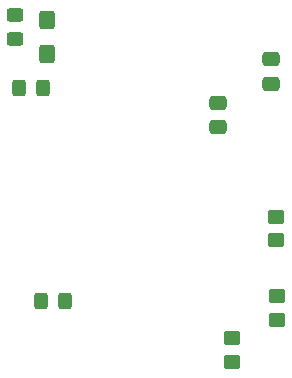
<source format=gbr>
%TF.GenerationSoftware,KiCad,Pcbnew,8.0.4*%
%TF.CreationDate,2024-08-25T20:22:04-07:00*%
%TF.ProjectId,Croissant_Protoboard,43726f69-7373-4616-9e74-5f50726f746f,rev?*%
%TF.SameCoordinates,Original*%
%TF.FileFunction,Paste,Bot*%
%TF.FilePolarity,Positive*%
%FSLAX46Y46*%
G04 Gerber Fmt 4.6, Leading zero omitted, Abs format (unit mm)*
G04 Created by KiCad (PCBNEW 8.0.4) date 2024-08-25 20:22:04*
%MOMM*%
%LPD*%
G01*
G04 APERTURE LIST*
G04 Aperture macros list*
%AMRoundRect*
0 Rectangle with rounded corners*
0 $1 Rounding radius*
0 $2 $3 $4 $5 $6 $7 $8 $9 X,Y pos of 4 corners*
0 Add a 4 corners polygon primitive as box body*
4,1,4,$2,$3,$4,$5,$6,$7,$8,$9,$2,$3,0*
0 Add four circle primitives for the rounded corners*
1,1,$1+$1,$2,$3*
1,1,$1+$1,$4,$5*
1,1,$1+$1,$6,$7*
1,1,$1+$1,$8,$9*
0 Add four rect primitives between the rounded corners*
20,1,$1+$1,$2,$3,$4,$5,0*
20,1,$1+$1,$4,$5,$6,$7,0*
20,1,$1+$1,$6,$7,$8,$9,0*
20,1,$1+$1,$8,$9,$2,$3,0*%
G04 Aperture macros list end*
%ADD10RoundRect,0.250000X0.325000X0.450000X-0.325000X0.450000X-0.325000X-0.450000X0.325000X-0.450000X0*%
%ADD11RoundRect,0.250000X0.475000X-0.337500X0.475000X0.337500X-0.475000X0.337500X-0.475000X-0.337500X0*%
%ADD12RoundRect,0.250000X-0.425000X0.537500X-0.425000X-0.537500X0.425000X-0.537500X0.425000X0.537500X0*%
%ADD13RoundRect,0.250000X-0.450000X0.325000X-0.450000X-0.325000X0.450000X-0.325000X0.450000X0.325000X0*%
%ADD14RoundRect,0.250000X-0.325000X-0.450000X0.325000X-0.450000X0.325000X0.450000X-0.325000X0.450000X0*%
%ADD15RoundRect,0.250000X-0.450000X0.350000X-0.450000X-0.350000X0.450000X-0.350000X0.450000X0.350000X0*%
%ADD16RoundRect,0.250000X0.450000X-0.350000X0.450000X0.350000X-0.450000X0.350000X-0.450000X-0.350000X0*%
%ADD17RoundRect,0.250000X-0.475000X0.337500X-0.475000X-0.337500X0.475000X-0.337500X0.475000X0.337500X0*%
G04 APERTURE END LIST*
D10*
%TO.C,D5*%
X53569020Y-72460861D03*
X51519020Y-72460861D03*
%TD*%
D11*
%TO.C,C2*%
X71000000Y-54037500D03*
X71000000Y-51962500D03*
%TD*%
D12*
%TO.C,C1*%
X51995534Y-48684028D03*
X51995534Y-51559028D03*
%TD*%
D13*
%TO.C,D3*%
X49342599Y-48248883D03*
X49342599Y-50298883D03*
%TD*%
D14*
%TO.C,D2*%
X49656664Y-54405004D03*
X51706664Y-54405004D03*
%TD*%
D15*
%TO.C,R3*%
X67718449Y-75600156D03*
X67718449Y-77600156D03*
%TD*%
D16*
%TO.C,R1*%
X71378594Y-67309837D03*
X71378594Y-65309837D03*
%TD*%
D15*
%TO.C,R2*%
X71506398Y-72015774D03*
X71506398Y-74015774D03*
%TD*%
D17*
%TO.C,C4*%
X66507112Y-55678562D03*
X66507112Y-57753562D03*
%TD*%
M02*

</source>
